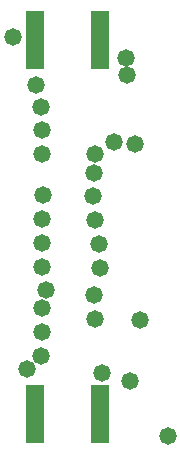
<source format=gbr>
%TF.GenerationSoftware,Altium Limited,Altium Designer,20.0.10 (225)*%
G04 Layer_Color=16711935*
%FSLAX26Y26*%
%MOIN*%
%TF.FileFunction,Soldermask,Bot*%
%TF.Part,Single*%
G01*
G75*
%TA.AperFunction,SMDPad,CuDef*%
%ADD12R,0.062992X0.196850*%
%TA.AperFunction,ViaPad*%
%ADD17C,0.058000*%
D12*
X4101398Y4722047D02*
D03*
X3883287D02*
D03*
Y3474803D02*
D03*
X4101398D02*
D03*
D17*
X4185000Y4660000D02*
D03*
X3810000Y4730000D02*
D03*
X3885000Y4570000D02*
D03*
X3855000Y3625000D02*
D03*
X4105906Y3610084D02*
D03*
X4215000Y4375000D02*
D03*
X4190000Y4605000D02*
D03*
X4199453Y3586359D02*
D03*
X4233196Y3787249D02*
D03*
X3910153Y4204356D02*
D03*
X3906548Y4124910D02*
D03*
Y4045383D02*
D03*
X3906626Y3965855D02*
D03*
X3920619Y3887568D02*
D03*
X4100000Y3960000D02*
D03*
X4095000Y4040000D02*
D03*
X4082991Y4120496D02*
D03*
X4077327Y4199822D02*
D03*
X4081588Y4279235D02*
D03*
X3906548Y3827910D02*
D03*
X3907157Y3748385D02*
D03*
X3903968Y3668921D02*
D03*
X4083906Y3790509D02*
D03*
X4078797Y3869872D02*
D03*
X3903968Y4499222D02*
D03*
X3907157Y4419759D02*
D03*
X3906548Y4340234D02*
D03*
X4083452Y4340348D02*
D03*
X4325000Y3400000D02*
D03*
X4145000Y4380000D02*
D03*
%TF.MD5,fe5b104f1edcb0d871b46b1fa8162a4e*%
M02*

</source>
